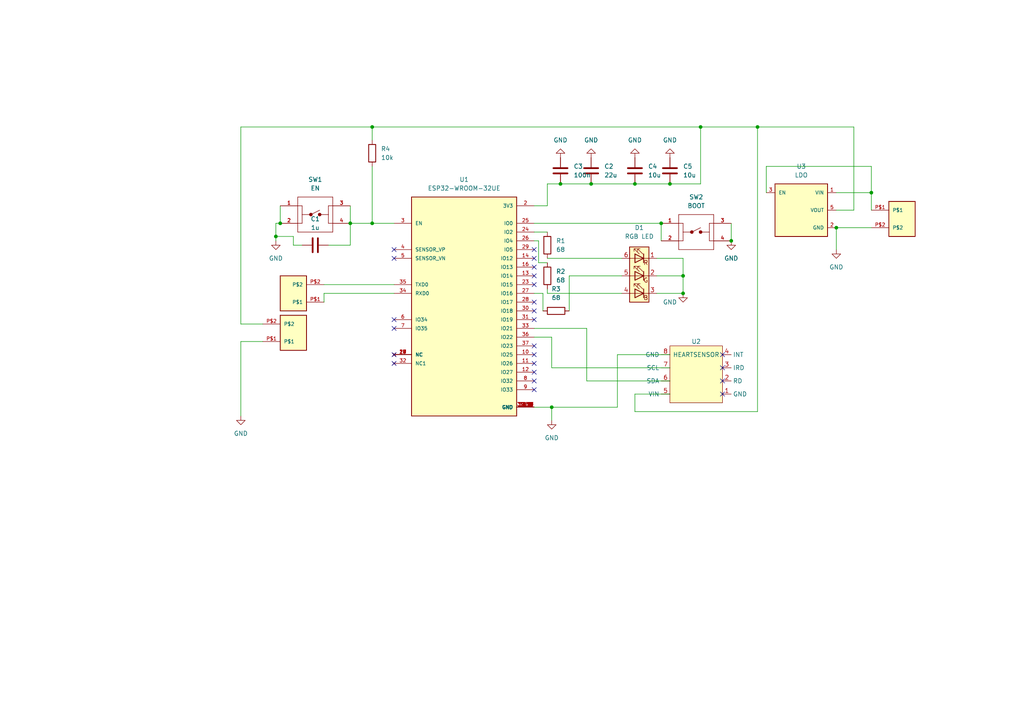
<source format=kicad_sch>
(kicad_sch (version 20211123) (generator eeschema)
  (paper "A4")
  (lib_symbols
    (symbol "15EDGRC-3.5-2P:15EDGRC-3.5-2P" (pin_names (offset 1.016))
      (symbol "15EDGRC-3.5-2P_0_0"
        (rectangle (start -2.54 -5.08) (end 5.08 5.08) (stroke (width 0.254)) (fill (type background)))
        (pin bidirectional line (at -7.62 2.54 0) (length 5.08) (name "P$1") (number "P$1"))
        (pin bidirectional line (at -7.62 -2.54 0) (length 5.08) (name "P$2") (number "P$2"))
      )
    )
    (symbol "Device:C" (pin_numbers hide) (pin_names (offset 0.254))
      (property "Reference" "C" (at 0.635 2.54 0))
      (property "Value" "C" (at 0.635 -2.54 0))
      (symbol "C_0_1"
        (polyline (pts (xy -2.032 -0.762) (xy 2.032 -0.762)) (stroke (width 0.508)))
        (polyline (pts (xy -2.032 0.762) (xy 2.032 0.762)) (stroke (width 0.508)))
      )
      (symbol "C_1_1"
        (pin passive line (at 0 3.81 270) (length 2.794) (name "~") (number "1"))
        (pin passive line (at 0 -3.81 90) (length 2.794) (name "~") (number "2"))
      )
    )
    (symbol "Device:LED_RGB" (pin_names (offset 0) hide)
      (property "Reference" "D" (at 0 9.398 0))
      (property "Value" "LED_RGB" (at 0 -8.89 0))
      (symbol "LED_RGB_0_0"
        (text "B" (at -1.905 -6.35 0) (effects (font (size 1.27 1.27))))
        (text "G" (at -1.905 -1.27 0) (effects (font (size 1.27 1.27))))
        (text "R" (at -1.905 3.81 0) (effects (font (size 1.27 1.27))))
      )
      (symbol "LED_RGB_0_1"
        (polyline (pts (xy -1.27 -5.08) (xy -2.54 -5.08)))
        (polyline (pts (xy -1.27 -5.08) (xy 1.27 -5.08)))
        (polyline (pts (xy -1.27 -3.81) (xy -1.27 -6.35)) (stroke (width 0.254)))
        (polyline (pts (xy -1.27 0) (xy -2.54 0)))
        (polyline (pts (xy -1.27 1.27) (xy -1.27 -1.27)) (stroke (width 0.254)))
        (polyline (pts (xy -1.27 5.08) (xy -2.54 5.08)))
        (polyline (pts (xy -1.27 5.08) (xy 1.27 5.08)))
        (polyline (pts (xy -1.27 6.35) (xy -1.27 3.81)) (stroke (width 0.254)))
        (polyline (pts (xy 1.27 -5.08) (xy 2.54 -5.08)))
        (polyline (pts (xy 1.27 0) (xy -1.27 0)))
        (polyline (pts (xy 1.27 0) (xy 2.54 0)))
        (polyline (pts (xy 1.27 5.08) (xy 2.54 5.08)))
        (polyline (pts (xy -1.27 1.27) (xy -1.27 -1.27) (xy -1.27 -1.27)))
        (polyline (pts (xy -1.27 6.35) (xy -1.27 3.81) (xy -1.27 3.81)))
        (polyline (pts (xy 1.27 -3.81) (xy 1.27 -6.35) (xy -1.27 -5.08) (xy 1.27 -3.81)) (stroke (width 0.254)))
        (polyline (pts (xy 1.27 1.27) (xy 1.27 -1.27) (xy -1.27 0) (xy 1.27 1.27)) (stroke (width 0.254)))
        (polyline (pts (xy 1.27 6.35) (xy 1.27 3.81) (xy -1.27 5.08) (xy 1.27 6.35)) (stroke (width 0.254)))
        (polyline (pts (xy -1.016 -3.81) (xy 0.508 -2.286) (xy -0.254 -2.286) (xy 0.508 -2.286) (xy 0.508 -3.048)))
        (polyline (pts (xy -1.016 1.27) (xy 0.508 2.794) (xy -0.254 2.794) (xy 0.508 2.794) (xy 0.508 2.032)))
        (polyline (pts (xy -1.016 6.35) (xy 0.508 7.874) (xy -0.254 7.874) (xy 0.508 7.874) (xy 0.508 7.112)))
        (polyline (pts (xy 0 -3.81) (xy 1.524 -2.286) (xy 0.762 -2.286) (xy 1.524 -2.286) (xy 1.524 -3.048)))
        (polyline (pts (xy 0 1.27) (xy 1.524 2.794) (xy 0.762 2.794) (xy 1.524 2.794) (xy 1.524 2.032)))
        (polyline (pts (xy 0 6.35) (xy 1.524 7.874) (xy 0.762 7.874) (xy 1.524 7.874) (xy 1.524 7.112)))
        (rectangle (start 1.27 -1.27) (end 1.27 1.27))
        (rectangle (start 1.27 1.27) (end 1.27 1.27))
        (rectangle (start 1.27 3.81) (end 1.27 6.35))
        (rectangle (start 1.27 6.35) (end 1.27 6.35))
        (rectangle (start 2.794 8.382) (end -2.794 -7.62) (stroke (width 0.254)) (fill (type background)))
      )
      (symbol "LED_RGB_1_1"
        (pin passive line (at -5.08 5.08 0) (length 2.54) (name "RK") (number "1"))
        (pin passive line (at -5.08 0 0) (length 2.54) (name "GK") (number "2"))
        (pin passive line (at -5.08 -5.08 0) (length 2.54) (name "BK") (number "3"))
        (pin passive line (at 5.08 -5.08 180) (length 2.54) (name "BA") (number "4"))
        (pin passive line (at 5.08 0 180) (length 2.54) (name "GA") (number "5"))
        (pin passive line (at 5.08 5.08 180) (length 2.54) (name "RA") (number "6"))
      )
    )
    (symbol "Device:R" (pin_numbers hide) (pin_names (offset 0))
      (property "Reference" "R" (at 2.032 0 90))
      (property "Value" "R" (at 0 0 90))
      (symbol "R_0_1"
        (rectangle (start -1.016 -2.54) (end 1.016 2.54) (stroke (width 0.254)))
      )
      (symbol "R_1_1"
        (pin passive line (at 0 3.81 270) (length 1.27) (name "~") (number "1"))
        (pin passive line (at 0 -3.81 90) (length 1.27) (name "~") (number "2"))
      )
    )
    (symbol "ESP32-WROOM-32UE_M113EH6400UH3Q0_:ESP32-WROOM-32UE(M113EH6400UH3Q0)" (pin_names (offset 1.016))
      (property "Reference" "U" (at -15.0368 34.1376 0))
      (property "Value" "ESP32-WROOM-32UE(M113EH6400UH3Q0)" (at -15.2908 -33.1216 0))
      (symbol "ESP32-WROOM-32UE(M113EH6400UH3Q0)_0_0"
        (rectangle (start -15.24 -30.48) (end 15.24 33.02) (stroke (width 0.254)) (fill (type background)))
        (pin power_in line (at 20.32 -27.94 180) (length 5.08) (name "GND") (number "1"))
        (pin bidirectional line (at 20.32 -12.7 180) (length 5.08) (name "IO25") (number "10"))
        (pin bidirectional line (at 20.32 -15.24 180) (length 5.08) (name "IO26") (number "11"))
        (pin bidirectional line (at 20.32 -17.78 180) (length 5.08) (name "IO27") (number "12"))
        (pin bidirectional line (at 20.32 10.16 180) (length 5.08) (name "IO14") (number "13"))
        (pin bidirectional line (at 20.32 15.24 180) (length 5.08) (name "IO12") (number "14"))
        (pin power_in line (at 20.32 -27.94 180) (length 5.08) (name "GND") (number "15"))
        (pin bidirectional line (at 20.32 12.7 180) (length 5.08) (name "IO13") (number "16"))
        (pin no_connect line (at -20.32 -12.7 0) (length 5.08) (name "NC") (number "17"))
        (pin no_connect line (at -20.32 -12.7 0) (length 5.08) (name "NC") (number "18"))
        (pin no_connect line (at -20.32 -12.7 0) (length 5.08) (name "NC") (number "19"))
        (pin power_in line (at 20.32 30.48 180) (length 5.08) (name "3V3") (number "2"))
        (pin no_connect line (at -20.32 -12.7 0) (length 5.08) (name "NC") (number "20"))
        (pin no_connect line (at -20.32 -12.7 0) (length 5.08) (name "NC") (number "21"))
        (pin no_connect line (at -20.32 -12.7 0) (length 5.08) (name "NC") (number "22"))
        (pin bidirectional line (at 20.32 7.62 180) (length 5.08) (name "IO15") (number "23"))
        (pin bidirectional line (at 20.32 22.86 180) (length 5.08) (name "IO2") (number "24"))
        (pin bidirectional line (at 20.32 25.4 180) (length 5.08) (name "IO0") (number "25"))
        (pin bidirectional line (at 20.32 20.32 180) (length 5.08) (name "IO4") (number "26"))
        (pin bidirectional line (at 20.32 5.08 180) (length 5.08) (name "IO16") (number "27"))
        (pin bidirectional line (at 20.32 2.54 180) (length 5.08) (name "IO17") (number "28"))
        (pin bidirectional line (at 20.32 17.78 180) (length 5.08) (name "IO5") (number "29"))
        (pin input line (at -20.32 25.4 0) (length 5.08) (name "EN") (number "3"))
        (pin bidirectional line (at 20.32 0 180) (length 5.08) (name "IO18") (number "30"))
        (pin bidirectional line (at 20.32 -2.54 180) (length 5.08) (name "IO19") (number "31"))
        (pin no_connect line (at -20.32 -15.24 0) (length 5.08) (name "NC1") (number "32"))
        (pin bidirectional line (at 20.32 -5.08 180) (length 5.08) (name "IO21") (number "33"))
        (pin bidirectional line (at -20.32 5.08 0) (length 5.08) (name "RXD0") (number "34"))
        (pin bidirectional line (at -20.32 7.62 0) (length 5.08) (name "TXD0") (number "35"))
        (pin bidirectional line (at 20.32 -7.62 180) (length 5.08) (name "IO22") (number "36"))
        (pin bidirectional line (at 20.32 -10.16 180) (length 5.08) (name "IO23") (number "37"))
        (pin power_in line (at 20.32 -27.94 180) (length 5.08) (name "GND") (number "38"))
        (pin power_in line (at 20.32 -27.94 180) (length 5.08) (name "GND") (number "39_1"))
        (pin power_in line (at 20.32 -27.94 180) (length 5.08) (name "GND") (number "39_10"))
        (pin power_in line (at 20.32 -27.94 180) (length 5.08) (name "GND") (number "39_11"))
        (pin power_in line (at 20.32 -27.94 180) (length 5.08) (name "GND") (number "39_12"))
        (pin power_in line (at 20.32 -27.94 180) (length 5.08) (name "GND") (number "39_13"))
        (pin power_in line (at 20.32 -27.94 180) (length 5.08) (name "GND") (number "39_14"))
        (pin power_in line (at 20.32 -27.94 180) (length 5.08) (name "GND") (number "39_15"))
        (pin power_in line (at 20.32 -27.94 180) (length 5.08) (name "GND") (number "39_16"))
        (pin power_in line (at 20.32 -27.94 180) (length 5.08) (name "GND") (number "39_17"))
        (pin power_in line (at 20.32 -27.94 180) (length 5.08) (name "GND") (number "39_18"))
        (pin power_in line (at 20.32 -27.94 180) (length 5.08) (name "GND") (number "39_19"))
        (pin power_in line (at 20.32 -27.94 180) (length 5.08) (name "GND") (number "39_2"))
        (pin power_in line (at 20.32 -27.94 180) (length 5.08) (name "GND") (number "39_20"))
        (pin power_in line (at 20.32 -27.94 180) (length 5.08) (name "GND") (number "39_21"))
        (pin power_in line (at 20.32 -27.94 180) (length 5.08) (name "GND") (number "39_3"))
        (pin power_in line (at 20.32 -27.94 180) (length 5.08) (name "GND") (number "39_4"))
        (pin power_in line (at 20.32 -27.94 180) (length 5.08) (name "GND") (number "39_5"))
        (pin power_in line (at 20.32 -27.94 180) (length 5.08) (name "GND") (number "39_6"))
        (pin power_in line (at 20.32 -27.94 180) (length 5.08) (name "GND") (number "39_7"))
        (pin power_in line (at 20.32 -27.94 180) (length 5.08) (name "GND") (number "39_8"))
        (pin power_in line (at 20.32 -27.94 180) (length 5.08) (name "GND") (number "39_9"))
        (pin input line (at -20.32 17.78 0) (length 5.08) (name "SENSOR_VP") (number "4"))
        (pin input line (at -20.32 15.24 0) (length 5.08) (name "SENSOR_VN") (number "5"))
        (pin input line (at -20.32 -2.54 0) (length 5.08) (name "IO34") (number "6"))
        (pin input line (at -20.32 -5.08 0) (length 5.08) (name "IO35") (number "7"))
        (pin bidirectional line (at 20.32 -20.32 180) (length 5.08) (name "IO32") (number "8"))
        (pin bidirectional line (at 20.32 -22.86 180) (length 5.08) (name "IO33") (number "9"))
      )
    )
    (symbol "MIC5504-2.5YM5-T5:MIC5504-2.5YM5-T5" (pin_names (offset 1.016))
      (property "Reference" "U" (at -7.6454 8.1534 0))
      (property "Value" "MIC5504-2.5YM5-T5" (at -7.6454 -10.1854 0))
      (symbol "MIC5504-2.5YM5-T5_0_0"
        (rectangle (start -7.62 -7.62) (end 7.62 7.62) (stroke (width 0.254)) (fill (type background)))
        (pin power_in line (at 10.16 5.08 180) (length 2.54) (name "VIN") (number "1"))
        (pin power_in line (at 10.16 -5.08 180) (length 2.54) (name "GND") (number "2"))
        (pin input line (at -10.16 5.08 0) (length 2.54) (name "EN") (number "3"))
        (pin output line (at 10.16 0 180) (length 2.54) (name "VOUT") (number "5"))
      )
    )
    (symbol "hartslagsensor:MAX30102"
      (property "Reference" "U" (at 0 0 0))
      (property "Value" "MAX30102" (at 0 -20.32 0))
      (symbol "MAX30102_0_1"
        (rectangle (start -7.62 -1.27) (end 7.62 -17.78) (fill (type background)))
      )
      (symbol "MAX30102_1_1"
        (pin passive line (at 7.62 -15.24 0) (length 2.54) (name "GND") (number "1"))
        (pin passive line (at 7.62 -11.43 0) (length 2.54) (name "RD") (number "2"))
        (pin passive line (at 7.62 -7.62 0) (length 2.54) (name "IRD") (number "3"))
        (pin passive line (at 7.62 -3.81 0) (length 2.54) (name "INT") (number "4"))
        (pin passive line (at -7.62 -15.24 180) (length 2.54) (name "VIN") (number "5"))
        (pin passive line (at -7.62 -11.43 180) (length 2.54) (name "SDA") (number "6"))
        (pin passive line (at -7.62 -7.62 180) (length 2.54) (name "SCL") (number "7"))
        (pin passive line (at -7.62 -3.81 180) (length 2.54) (name "GND") (number "8"))
      )
    )
    (symbol "ourButton:3-1825910-1" (pin_names (offset 1.016) hide)
      (property "Reference" "SW" (at -5.08 5.588 0))
      (property "Value" "3-1825910-1" (at -5.08 -7.62 0))
      (symbol "3-1825910-1_0_0"
        (circle (center -1.27 0) (radius 0.254) (stroke (width 0.508)))
        (polyline (pts (xy -5.08 -5.08) (xy -5.08 -2.54)) (stroke (width 0.1524)))
        (polyline (pts (xy -5.08 -2.54) (xy -5.08 2.54)) (stroke (width 0.1524)))
        (polyline (pts (xy -5.08 2.54) (xy -5.08 5.08)) (stroke (width 0.1524)))
        (polyline (pts (xy -5.08 2.54) (xy -3.81 2.54)) (stroke (width 0.1524)))
        (polyline (pts (xy -5.08 5.08) (xy 5.08 5.08)) (stroke (width 0.1524)))
        (polyline (pts (xy -3.81 -2.54) (xy -5.08 -2.54)) (stroke (width 0.1524)))
        (polyline (pts (xy -3.81 0) (xy -3.81 -2.54)) (stroke (width 0.1524)))
        (polyline (pts (xy -3.81 0) (xy -1.27 0)) (stroke (width 0.1524)))
        (polyline (pts (xy -3.81 2.54) (xy -3.81 0)) (stroke (width 0.1524)))
        (polyline (pts (xy -1.27 0) (xy 1.27 1.27)) (stroke (width 0.1524)))
        (polyline (pts (xy 1.27 0) (xy 3.81 0)) (stroke (width 0.1524)))
        (polyline (pts (xy 3.81 -2.54) (xy 5.08 -2.54)) (stroke (width 0.1524)))
        (polyline (pts (xy 3.81 0) (xy 3.81 -2.54)) (stroke (width 0.1524)))
        (polyline (pts (xy 3.81 0) (xy 3.81 2.54)) (stroke (width 0.1524)))
        (polyline (pts (xy 3.81 2.54) (xy 5.08 2.54)) (stroke (width 0.1524)))
        (polyline (pts (xy 5.08 -5.08) (xy -5.08 -5.08)) (stroke (width 0.1524)))
        (polyline (pts (xy 5.08 -2.54) (xy 5.08 -5.08)) (stroke (width 0.1524)))
        (polyline (pts (xy 5.08 2.54) (xy 5.08 -2.54)) (stroke (width 0.1524)))
        (polyline (pts (xy 5.08 5.08) (xy 5.08 2.54)) (stroke (width 0.1524)))
        (circle (center 1.27 0) (radius 0.254) (stroke (width 0.508)))
        (pin passive line (at -10.16 2.54 0) (length 5.08) (name "~") (number "1"))
        (pin passive line (at -10.16 -2.54 0) (length 5.08) (name "~") (number "2"))
        (pin passive line (at 10.16 2.54 180) (length 5.08) (name "~") (number "3"))
        (pin passive line (at 10.16 -2.54 180) (length 5.08) (name "~") (number "4"))
      )
    )
    (symbol "power:GND" (power) (pin_names (offset 0))
      (property "Value" "GND" (at 0 -3.81 0))
      (symbol "GND_0_1"
        (polyline (pts (xy 0 0) (xy 0 -1.27) (xy 1.27 -1.27) (xy 0 -2.54) (xy -1.27 -1.27) (xy 0 -1.27)))
      )
      (symbol "GND_1_1"
        (pin power_in line (at 0 0 270) (length 0) hide (name "GND") (number "1"))
      )
    )
  )
  (junction (at 171.45 53.34))
  (junction (at 162.56 53.34))
  (junction (at 184.15 53.34))
  (junction (at 252.73 55.88))
  (junction (at 212.09 69.85))
  (junction (at 81.28 64.77))
  (junction (at 101.6 64.77))
  (junction (at 203.2 36.83))
  (junction (at 219.71 36.83))
  (junction (at 198.12 85.09))
  (junction (at 242.57 66.04))
  (junction (at 194.31 53.34))
  (junction (at 107.95 64.77))
  (junction (at 198.12 80.01))
  (junction (at 80.01 68.58))
  (junction (at 191.77 64.77))
  (junction (at 160.02 118.11))
  (junction (at 107.95 36.83))
  (no_connect (at 154.94 77.47))
  (no_connect (at 154.94 72.39))
  (no_connect (at 154.94 74.93))
  (no_connect (at 154.94 100.33))
  (no_connect (at 154.94 105.41))
  (no_connect (at 154.94 107.95))
  (no_connect (at 154.94 110.49))
  (no_connect (at 154.94 113.03))
  (no_connect (at 154.94 102.87))
  (no_connect (at 114.3 105.41))
  (no_connect (at 114.3 102.87))
  (no_connect (at 114.3 74.93))
  (no_connect (at 114.3 72.39))
  (no_connect (at 114.3 92.71))
  (no_connect (at 114.3 95.25))
  (no_connect (at 154.94 92.71))
  (no_connect (at 154.94 82.55))
  (no_connect (at 154.94 87.63))
  (no_connect (at 154.94 90.17))
  (no_connect (at 154.94 80.01))
  (no_connect (at 209.55 110.49))
  (no_connect (at 209.55 114.3))
  (no_connect (at 209.55 102.87))
  (no_connect (at 209.55 106.68))
  (wire (pts (xy 191.77 64.77) (xy 191.77 69.85)))
  (wire (pts (xy 95.25 71.12) (xy 101.6 71.12)))
  (wire (pts (xy 158.75 83.82) (xy 158.75 85.09)))
  (wire (pts (xy 179.07 118.11) (xy 179.07 102.87)))
  (wire (pts (xy 85.09 68.58) (xy 80.01 68.58)))
  (wire (pts (xy 107.95 36.83) (xy 69.85 36.83)))
  (wire (pts (xy 184.15 114.3) (xy 194.31 114.3)))
  (wire (pts (xy 154.94 95.25) (xy 170.18 95.25)))
  (wire (pts (xy 158.75 76.2) (xy 156.21 76.2)))
  (wire (pts (xy 69.85 99.06) (xy 69.85 120.65)))
  (wire (pts (xy 80.01 68.58) (xy 80.01 69.85)))
  (wire (pts (xy 101.6 71.12) (xy 101.6 64.77)))
  (wire (pts (xy 101.6 59.69) (xy 101.6 64.77)))
  (wire (pts (xy 165.1 90.17) (xy 165.1 80.01)))
  (wire (pts (xy 242.57 66.04) (xy 252.73 66.04)))
  (wire (pts (xy 154.94 64.77) (xy 191.77 64.77)))
  (wire (pts (xy 107.95 40.64) (xy 107.95 36.83)))
  (wire (pts (xy 160.02 106.68) (xy 194.31 106.68)))
  (wire (pts (xy 158.75 85.09) (xy 180.34 85.09)))
  (wire (pts (xy 160.02 118.11) (xy 160.02 121.92)))
  (wire (pts (xy 242.57 66.04) (xy 242.57 72.39)))
  (wire (pts (xy 93.98 85.09) (xy 93.98 87.63)))
  (wire (pts (xy 81.28 64.77) (xy 80.01 64.77)))
  (wire (pts (xy 165.1 80.01) (xy 180.34 80.01)))
  (wire (pts (xy 162.56 53.34) (xy 171.45 53.34)))
  (wire (pts (xy 198.12 80.01) (xy 198.12 85.09)))
  (wire (pts (xy 158.75 74.93) (xy 180.34 74.93)))
  (wire (pts (xy 157.48 85.09) (xy 154.94 85.09)))
  (wire (pts (xy 252.73 48.26) (xy 252.73 55.88)))
  (wire (pts (xy 190.5 80.01) (xy 198.12 80.01)))
  (wire (pts (xy 252.73 60.96) (xy 252.73 55.88)))
  (wire (pts (xy 69.85 36.83) (xy 69.85 93.98)))
  (wire (pts (xy 80.01 64.77) (xy 80.01 68.58)))
  (wire (pts (xy 156.21 76.2) (xy 156.21 69.85)))
  (wire (pts (xy 222.25 55.88) (xy 222.25 48.26)))
  (wire (pts (xy 101.6 64.77) (xy 107.95 64.77)))
  (wire (pts (xy 190.5 74.93) (xy 198.12 74.93)))
  (wire (pts (xy 242.57 60.96) (xy 247.65 60.96)))
  (wire (pts (xy 107.95 36.83) (xy 203.2 36.83)))
  (wire (pts (xy 179.07 102.87) (xy 194.31 102.87)))
  (wire (pts (xy 158.75 59.69) (xy 154.94 59.69)))
  (wire (pts (xy 158.75 53.34) (xy 162.56 53.34)))
  (wire (pts (xy 81.28 59.69) (xy 81.28 64.77)))
  (wire (pts (xy 170.18 95.25) (xy 170.18 110.49)))
  (wire (pts (xy 247.65 60.96) (xy 247.65 36.83)))
  (wire (pts (xy 154.94 118.11) (xy 160.02 118.11)))
  (wire (pts (xy 203.2 53.34) (xy 203.2 36.83)))
  (wire (pts (xy 219.71 36.83) (xy 247.65 36.83)))
  (wire (pts (xy 93.98 82.55) (xy 114.3 82.55)))
  (wire (pts (xy 69.85 93.98) (xy 76.2 93.98)))
  (wire (pts (xy 190.5 85.09) (xy 198.12 85.09)))
  (wire (pts (xy 252.73 55.88) (xy 242.57 55.88)))
  (wire (pts (xy 85.09 71.12) (xy 85.09 68.58)))
  (wire (pts (xy 222.25 48.26) (xy 252.73 48.26)))
  (wire (pts (xy 212.09 64.77) (xy 212.09 69.85)))
  (wire (pts (xy 194.31 53.34) (xy 203.2 53.34)))
  (wire (pts (xy 107.95 48.26) (xy 107.95 64.77)))
  (wire (pts (xy 160.02 97.79) (xy 154.94 97.79)))
  (wire (pts (xy 184.15 114.3) (xy 184.15 119.38)))
  (wire (pts (xy 219.71 119.38) (xy 219.71 36.83)))
  (wire (pts (xy 184.15 119.38) (xy 219.71 119.38)))
  (wire (pts (xy 160.02 118.11) (xy 179.07 118.11)))
  (wire (pts (xy 158.75 53.34) (xy 158.75 59.69)))
  (wire (pts (xy 107.95 64.77) (xy 114.3 64.77)))
  (wire (pts (xy 171.45 53.34) (xy 184.15 53.34)))
  (wire (pts (xy 154.94 67.31) (xy 158.75 67.31)))
  (wire (pts (xy 157.48 90.17) (xy 157.48 85.09)))
  (wire (pts (xy 93.98 85.09) (xy 114.3 85.09)))
  (wire (pts (xy 160.02 97.79) (xy 160.02 106.68)))
  (wire (pts (xy 198.12 74.93) (xy 198.12 80.01)))
  (wire (pts (xy 203.2 36.83) (xy 219.71 36.83)))
  (wire (pts (xy 87.63 71.12) (xy 85.09 71.12)))
  (wire (pts (xy 76.2 99.06) (xy 69.85 99.06)))
  (wire (pts (xy 184.15 53.34) (xy 194.31 53.34)))
  (wire (pts (xy 170.18 110.49) (xy 194.31 110.49)))
  (wire (pts (xy 156.21 69.85) (xy 154.94 69.85)))
  (symbol (lib_id "power:GND") (at 212.09 69.85 0) (unit 1)
    (property "Reference" "#PWR0101" (effects hide))
    (property "Value" "GND" (at 212.09 74.93 0))
  )
  (symbol (lib_id "hartslagsensor:MAX30102") (at 201.93 99.06 0) (unit 1)
    (property "Reference" "U2" (at 201.93 99.06 0))
    (property "Value" "HEARTSENSOR" (at 201.93 102.87 0))
    (property "Footprint" "ESP32-WROOM-32UE_M113EH6400UH3Q0_:Hartsensor" (effects hide))
  )
  (symbol (lib_id "power:GND") (at 198.12 85.09 0) (unit 1)
    (property "Reference" "#PWR02" (effects hide))
    (property "Value" "GND" (at 194.31 87.63 0))
  )
  (symbol (lib_id "MIC5504-2.5YM5-T5:MIC5504-2.5YM5-T5") (at 232.41 60.96 0) (unit 1)
    (property "Reference" "U3" (at 232.41 48.26 0))
    (property "Value" "LDO" (at 232.41 50.8 0))
    (property "Footprint" "MIC5504-2:SOT23-5P95_280X145XL45X37N" (effects hide))
    (property "MANUFACTURER" "MICREL" (effects hide))
  )
  (symbol (lib_id "power:GND") (at 171.45 45.72 180) (unit 1)
    (property "Reference" "#PWR04" (effects hide))
    (property "Value" "GND" (at 171.45 40.64 0))
  )
  (symbol (lib_id "power:GND") (at 160.02 121.92 0) (unit 1)
    (property "Reference" "#PWR01" (effects hide))
    (property "Value" "GND" (at 160.02 127 0))
  )
  (symbol (lib_id "Device:C") (at 194.31 49.53 0) (unit 1)
    (property "Reference" "C5" (at 198.12 48.2599 0) (effects (justify left)))
    (property "Value" "10u" (at 198.12 50.7999 0) (effects (justify left)))
    (property "Footprint" "Capacitor_SMD:C_0805_2012Metric" (effects hide))
  )
  (symbol (lib_id "15EDGRC-3.5-2P:15EDGRC-3.5-2P") (at 86.36 85.09 180) (unit 1)
    (property "Reference" "U4" (effects hide))
    (property "Value" "15EDGRC-3.5-2P" (effects hide))
    (property "Footprint" "15EDGRC-3:15EDGRC-3.5-2P-PAK" (effects hide))
  )
  (symbol (lib_id "ESP32-WROOM-32UE_M113EH6400UH3Q0_:ESP32-WROOM-32UE(M113EH6400UH3Q0)") (at 134.62 90.17 0) (unit 1)
    (property "Reference" "U1" (at 134.62 52.07 0))
    (property "Value" "ESP32-WROOM-32UE" (at 134.62 54.61 0))
    (property "Footprint" "ESP32-WROOM-32UE_M113EH6400UH3Q0_:MODULE_ESP32-WROOM-32UE(M113EH6400UH3Q0)" (effects hide))
    (property "STANDARD" "Manufacturer Recommendations" (effects hide))
    (property "MAXIMUM_PACKAGE_HEIGHT" "3.35 mm" (effects hide))
    (property "MANUFACTURER" "Espressif Systems" (effects hide))
    (property "PARTREV" "1.2" (effects hide))
  )
  (symbol (lib_id "power:GND") (at 242.57 72.39 0) (unit 1)
    (property "Reference" "#PWR03" (effects hide))
    (property "Value" "GND" (at 242.57 77.47 0))
  )
  (symbol (lib_id "Device:C") (at 184.15 49.53 0) (unit 1)
    (property "Reference" "C4" (at 187.96 48.2599 0) (effects (justify left)))
    (property "Value" "10u" (at 187.96 50.7999 0) (effects (justify left)))
    (property "Footprint" "Capacitor_SMD:C_0805_2012Metric" (effects hide))
  )
  (symbol (lib_id "Device:C") (at 91.44 71.12 90) (unit 1)
    (property "Reference" "C1" (at 91.44 63.5 90))
    (property "Value" "1u" (at 91.44 66.04 90))
    (property "Footprint" "Capacitor_SMD:C_0805_2012Metric" (effects hide))
  )
  (symbol (lib_id "power:GND") (at 184.15 45.72 180) (unit 1)
    (property "Reference" "#PWR0103" (effects hide))
    (property "Value" "GND" (at 184.15 40.64 0))
  )
  (symbol (lib_id "Device:R") (at 161.29 90.17 270) (unit 1)
    (property "Reference" "R3" (at 161.29 83.82 90))
    (property "Value" "68" (at 161.29 86.36 90))
    (property "Footprint" "Resistor_SMD:R_0805_2012Metric" (effects hide))
  )
  (symbol (lib_id "Device:R") (at 158.75 71.12 180) (unit 1)
    (property "Reference" "R1" (at 161.29 69.8499 0) (effects (justify right)))
    (property "Value" "68" (at 161.29 72.3899 0) (effects (justify right)))
    (property "Footprint" "Resistor_SMD:R_0805_2012Metric" (effects hide))
  )
  (symbol (lib_id "power:GND") (at 162.56 45.72 180) (unit 1)
    (property "Reference" "#PWR05" (effects hide))
    (property "Value" "GND" (at 162.56 40.64 0))
  )
  (symbol (lib_id "Device:C") (at 171.45 49.53 0) (unit 1)
    (property "Reference" "C2" (at 175.26 48.2599 0) (effects (justify left)))
    (property "Value" "22u" (at 175.26 50.7999 0) (effects (justify left)))
    (property "Footprint" "Capacitor_SMD:C_0805_2012Metric" (effects hide))
  )
  (symbol (lib_id "ourButton:3-1825910-1") (at 201.93 67.31 0) (unit 1)
    (property "Reference" "SW2" (at 201.93 57.15 0))
    (property "Value" "BOOT" (at 201.93 59.69 0))
    (property "Footprint" "button:TE_3-1825910-1" (effects hide))
    (property "EU_RoHS_Compliance" "Compliant" (effects hide))
    (property "Comment" "3-1825910-1" (effects hide))
  )
  (symbol (lib_id "Device:C") (at 162.56 49.53 0) (unit 1)
    (property "Reference" "C3" (at 166.37 48.2599 0) (effects (justify left)))
    (property "Value" "100n" (at 166.37 50.7999 0) (effects (justify left)))
    (property "Footprint" "Capacitor_SMD:C_0805_2012Metric" (effects hide))
  )
  (symbol (lib_id "15EDGRC-3.5-2P:15EDGRC-3.5-2P") (at 83.82 96.52 0) (mirror x) (unit 1)
    (property "Reference" "U6" (effects hide))
    (property "Value" "15EDGRC-3.5-2P" (effects hide))
    (property "Footprint" "15EDGRC-3:15EDGRC-3.5-2P-PAK" (effects hide))
  )
  (symbol (lib_id "Device:R") (at 107.95 44.45 180) (unit 1)
    (property "Reference" "R4" (at 110.49 43.1799 0) (effects (justify right)))
    (property "Value" "10k" (at 110.49 45.7199 0) (effects (justify right)))
    (property "Footprint" "Resistor_SMD:R_0805_2012Metric" (effects hide))
  )
  (symbol (lib_id "ourButton:3-1825910-1") (at 91.44 62.23 0) (unit 1)
    (property "Reference" "SW1" (at 91.44 52.07 0))
    (property "Value" "EN" (at 91.44 54.61 0))
    (property "Footprint" "button:TE_3-1825910-1" (effects hide))
    (property "EU_RoHS_Compliance" "Compliant" (effects hide))
    (property "Comment" "3-1825910-1" (effects hide))
  )
  (symbol (lib_id "power:GND") (at 194.31 45.72 180) (unit 1)
    (property "Reference" "#PWR0104" (effects hide))
    (property "Value" "GND" (at 194.31 40.64 0))
  )
  (symbol (lib_id "Device:LED_RGB") (at 185.42 80.01 0) (mirror y) (unit 1)
    (property "Reference" "D1" (at 185.42 66.04 0))
    (property "Value" "RGB LED" (at 185.42 68.58 0))
    (property "Footprint" "LED_SMD:LED_RGB_5050-6" (effects hide))
  )
  (symbol (lib_id "Device:R") (at 158.75 80.01 180) (unit 1)
    (property "Reference" "R2" (at 161.29 78.7399 0) (effects (justify right)))
    (property "Value" "68" (at 161.29 81.2799 0) (effects (justify right)))
    (property "Footprint" "Resistor_SMD:R_0805_2012Metric" (effects hide))
  )
  (symbol (lib_id "15EDGRC-3.5-2P:15EDGRC-3.5-2P") (at 260.35 63.5 0) (unit 1)
    (property "Reference" "U5" (effects hide))
    (property "Value" "15EDGRC-3.5-2P" (effects hide))
    (property "Footprint" "15EDGRC-3:15EDGRC-3.5-2P-PAK" (effects hide))
  )
  (symbol (lib_id "power:GND") (at 80.01 69.85 0) (unit 1)
    (property "Reference" "#PWR0102" (effects hide))
    (property "Value" "GND" (at 80.01 74.93 0))
  )
  (symbol (lib_id "power:GND") (at 69.85 120.65 0) (unit 1)
    (property "Reference" "#PWR06" (effects hide))
    (property "Value" "GND" (at 69.85 125.73 0))
  )
)
</source>
